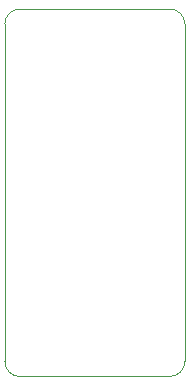
<source format=gm1>
G04 #@! TF.GenerationSoftware,KiCad,Pcbnew,(5.1.4)-1*
G04 #@! TF.CreationDate,2019-11-18T19:24:08+01:00*
G04 #@! TF.ProjectId,olmBoard-v1,6f6c6d42-6f61-4726-942d-76312e6b6963,0.1*
G04 #@! TF.SameCoordinates,Original*
G04 #@! TF.FileFunction,Profile,NP*
%FSLAX46Y46*%
G04 Gerber Fmt 4.6, Leading zero omitted, Abs format (unit mm)*
G04 Created by KiCad (PCBNEW (5.1.4)-1) date 2019-11-18 19:24:08*
%MOMM*%
%LPD*%
G04 APERTURE LIST*
%ADD10C,0.050000*%
G04 APERTURE END LIST*
D10*
X163830000Y-85725000D02*
G75*
G02X165100000Y-86995000I0J-1270000D01*
G01*
X149860000Y-86995000D02*
G75*
G02X151130000Y-85725000I1270000J0D01*
G01*
X151130000Y-116840000D02*
G75*
G02X149860000Y-115570000I0J1270000D01*
G01*
X165100000Y-115570000D02*
G75*
G02X163830000Y-116840000I-1270000J0D01*
G01*
X151130000Y-116840000D02*
X163830000Y-116840000D01*
X151130000Y-85725000D02*
X163830000Y-85725000D01*
X149860000Y-86995000D02*
X149860000Y-87630000D01*
X165100000Y-115570000D02*
X165100000Y-86995000D01*
X149860000Y-87630000D02*
X149860000Y-115570000D01*
M02*

</source>
